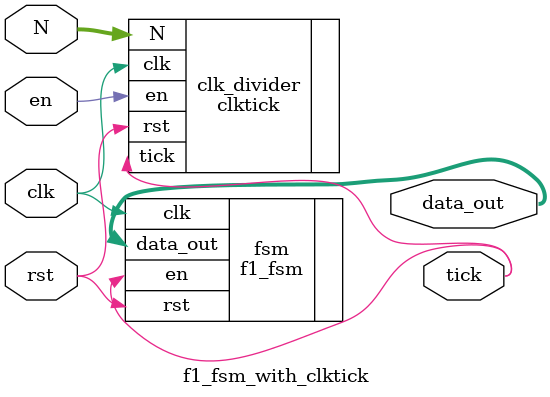
<source format=sv>
module f1_fsm_with_clktick (
    input  logic clk,                     
    input  logic rst,                     
    input  logic en,                      
    input  logic [15:0] N,                
    output logic [7:0] data_out,         
    output logic tick                     
);

    // Instantiate the clktick module
    clktick #(.WIDTH(16)) clk_divider (
        .clk(clk),      
        .rst(rst),     
        .en(en),       
        .N(N),       
        .tick(tick)    
    );

    // Instantiate the f1_fsm module
    f1_fsm fsm (
        .rst(rst),      
        .en(tick),      
        .clk(clk),      
        .data_out(data_out) 
    );

endmodule

</source>
